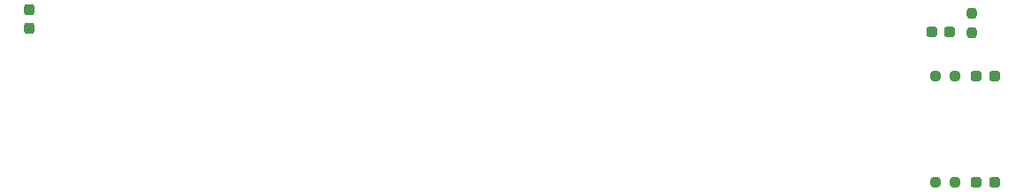
<source format=gbr>
%TF.GenerationSoftware,KiCad,Pcbnew,7.0.5*%
%TF.CreationDate,2024-09-15T17:20:00-04:00*%
%TF.ProjectId,8_bit_logic_analyzer,385f6269-745f-46c6-9f67-69635f616e61,rev?*%
%TF.SameCoordinates,Original*%
%TF.FileFunction,Paste,Top*%
%TF.FilePolarity,Positive*%
%FSLAX46Y46*%
G04 Gerber Fmt 4.6, Leading zero omitted, Abs format (unit mm)*
G04 Created by KiCad (PCBNEW 7.0.5) date 2024-09-15 17:20:00*
%MOMM*%
%LPD*%
G01*
G04 APERTURE LIST*
G04 Aperture macros list*
%AMRoundRect*
0 Rectangle with rounded corners*
0 $1 Rounding radius*
0 $2 $3 $4 $5 $6 $7 $8 $9 X,Y pos of 4 corners*
0 Add a 4 corners polygon primitive as box body*
4,1,4,$2,$3,$4,$5,$6,$7,$8,$9,$2,$3,0*
0 Add four circle primitives for the rounded corners*
1,1,$1+$1,$2,$3*
1,1,$1+$1,$4,$5*
1,1,$1+$1,$6,$7*
1,1,$1+$1,$8,$9*
0 Add four rect primitives between the rounded corners*
20,1,$1+$1,$2,$3,$4,$5,0*
20,1,$1+$1,$4,$5,$6,$7,0*
20,1,$1+$1,$6,$7,$8,$9,0*
20,1,$1+$1,$8,$9,$2,$3,0*%
G04 Aperture macros list end*
%ADD10RoundRect,0.237500X0.237500X-0.287500X0.237500X0.287500X-0.237500X0.287500X-0.237500X-0.287500X0*%
%ADD11RoundRect,0.237500X-0.287500X-0.237500X0.287500X-0.237500X0.287500X0.237500X-0.287500X0.237500X0*%
%ADD12RoundRect,0.237500X0.250000X0.237500X-0.250000X0.237500X-0.250000X-0.237500X0.250000X-0.237500X0*%
%ADD13RoundRect,0.237500X0.237500X-0.250000X0.237500X0.250000X-0.237500X0.250000X-0.237500X-0.250000X0*%
G04 APERTURE END LIST*
D10*
%TO.C,D18*%
X21590000Y-16510000D03*
X21590000Y-18260000D03*
%TD*%
D11*
%TO.C,D3*%
X109657485Y-18643513D03*
X107907485Y-18643513D03*
%TD*%
D12*
%TO.C,R19*%
X108307500Y-33020000D03*
X110132500Y-33020000D03*
%TD*%
%TO.C,R18*%
X110132500Y-22860000D03*
X108307500Y-22860000D03*
%TD*%
D13*
%TO.C,R4*%
X111760000Y-16867500D03*
X111760000Y-18692500D03*
%TD*%
D11*
%TO.C,D17*%
X113905000Y-33020000D03*
X112155000Y-33020000D03*
%TD*%
%TO.C,D16*%
X113905000Y-22860000D03*
X112155000Y-22860000D03*
%TD*%
M02*

</source>
